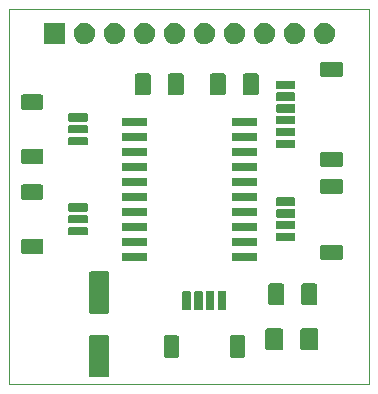
<source format=gbr>
G04 #@! TF.GenerationSoftware,KiCad,Pcbnew,(5.1.5)-3*
G04 #@! TF.CreationDate,2020-04-20T18:44:57+02:00*
G04 #@! TF.ProjectId,RS485-Modbus-Tiny-Sensor-Module,52533438-352d-44d6-9f64-6275732d5469,rev?*
G04 #@! TF.SameCoordinates,Original*
G04 #@! TF.FileFunction,Soldermask,Top*
G04 #@! TF.FilePolarity,Negative*
%FSLAX46Y46*%
G04 Gerber Fmt 4.6, Leading zero omitted, Abs format (unit mm)*
G04 Created by KiCad (PCBNEW (5.1.5)-3) date 2020-04-20 18:44:57*
%MOMM*%
%LPD*%
G04 APERTURE LIST*
%ADD10C,0.050000*%
%ADD11C,0.100000*%
G04 APERTURE END LIST*
D10*
X213360000Y-115570000D02*
X182880000Y-115570000D01*
X213360000Y-83820000D02*
X213360000Y-115570000D01*
X182880000Y-83820000D02*
X213360000Y-83820000D01*
X182880000Y-115570000D02*
X182880000Y-83820000D01*
D11*
G36*
X191205997Y-111393051D02*
G01*
X191239652Y-111403261D01*
X191270665Y-111419838D01*
X191297851Y-111442149D01*
X191320162Y-111469335D01*
X191336739Y-111500348D01*
X191346949Y-111534003D01*
X191351000Y-111575138D01*
X191351000Y-114804862D01*
X191346949Y-114845997D01*
X191336739Y-114879652D01*
X191320162Y-114910665D01*
X191297851Y-114937851D01*
X191270665Y-114960162D01*
X191239652Y-114976739D01*
X191205997Y-114986949D01*
X191164862Y-114991000D01*
X189835138Y-114991000D01*
X189794003Y-114986949D01*
X189760348Y-114976739D01*
X189729335Y-114960162D01*
X189702149Y-114937851D01*
X189679838Y-114910665D01*
X189663261Y-114879652D01*
X189653051Y-114845997D01*
X189649000Y-114804862D01*
X189649000Y-111575138D01*
X189653051Y-111534003D01*
X189663261Y-111500348D01*
X189679838Y-111469335D01*
X189702149Y-111442149D01*
X189729335Y-111419838D01*
X189760348Y-111403261D01*
X189794003Y-111393051D01*
X189835138Y-111389000D01*
X191164862Y-111389000D01*
X191205997Y-111393051D01*
G37*
G36*
X202681242Y-111418404D02*
G01*
X202718337Y-111429657D01*
X202752515Y-111447925D01*
X202782481Y-111472519D01*
X202807075Y-111502485D01*
X202825343Y-111536663D01*
X202836596Y-111573758D01*
X202841000Y-111618474D01*
X202841000Y-113111526D01*
X202836596Y-113156242D01*
X202825343Y-113193337D01*
X202807075Y-113227515D01*
X202782481Y-113257481D01*
X202752515Y-113282075D01*
X202718337Y-113300343D01*
X202681242Y-113311596D01*
X202636526Y-113316000D01*
X201743474Y-113316000D01*
X201698758Y-113311596D01*
X201661663Y-113300343D01*
X201627485Y-113282075D01*
X201597519Y-113257481D01*
X201572925Y-113227515D01*
X201554657Y-113193337D01*
X201543404Y-113156242D01*
X201539000Y-113111526D01*
X201539000Y-111618474D01*
X201543404Y-111573758D01*
X201554657Y-111536663D01*
X201572925Y-111502485D01*
X201597519Y-111472519D01*
X201627485Y-111447925D01*
X201661663Y-111429657D01*
X201698758Y-111418404D01*
X201743474Y-111414000D01*
X202636526Y-111414000D01*
X202681242Y-111418404D01*
G37*
G36*
X197081242Y-111418404D02*
G01*
X197118337Y-111429657D01*
X197152515Y-111447925D01*
X197182481Y-111472519D01*
X197207075Y-111502485D01*
X197225343Y-111536663D01*
X197236596Y-111573758D01*
X197241000Y-111618474D01*
X197241000Y-113111526D01*
X197236596Y-113156242D01*
X197225343Y-113193337D01*
X197207075Y-113227515D01*
X197182481Y-113257481D01*
X197152515Y-113282075D01*
X197118337Y-113300343D01*
X197081242Y-113311596D01*
X197036526Y-113316000D01*
X196143474Y-113316000D01*
X196098758Y-113311596D01*
X196061663Y-113300343D01*
X196027485Y-113282075D01*
X195997519Y-113257481D01*
X195972925Y-113227515D01*
X195954657Y-113193337D01*
X195943404Y-113156242D01*
X195939000Y-113111526D01*
X195939000Y-111618474D01*
X195943404Y-111573758D01*
X195954657Y-111536663D01*
X195972925Y-111502485D01*
X195997519Y-111472519D01*
X196027485Y-111447925D01*
X196061663Y-111429657D01*
X196098758Y-111418404D01*
X196143474Y-111414000D01*
X197036526Y-111414000D01*
X197081242Y-111418404D01*
G37*
G36*
X205918062Y-110838181D02*
G01*
X205952981Y-110848774D01*
X205985163Y-110865976D01*
X206013373Y-110889127D01*
X206036524Y-110917337D01*
X206053726Y-110949519D01*
X206064319Y-110984438D01*
X206068500Y-111026895D01*
X206068500Y-112493105D01*
X206064319Y-112535562D01*
X206053726Y-112570481D01*
X206036524Y-112602663D01*
X206013373Y-112630873D01*
X205985163Y-112654024D01*
X205952981Y-112671226D01*
X205918062Y-112681819D01*
X205875605Y-112686000D01*
X204734395Y-112686000D01*
X204691938Y-112681819D01*
X204657019Y-112671226D01*
X204624837Y-112654024D01*
X204596627Y-112630873D01*
X204573476Y-112602663D01*
X204556274Y-112570481D01*
X204545681Y-112535562D01*
X204541500Y-112493105D01*
X204541500Y-111026895D01*
X204545681Y-110984438D01*
X204556274Y-110949519D01*
X204573476Y-110917337D01*
X204596627Y-110889127D01*
X204624837Y-110865976D01*
X204657019Y-110848774D01*
X204691938Y-110838181D01*
X204734395Y-110834000D01*
X205875605Y-110834000D01*
X205918062Y-110838181D01*
G37*
G36*
X208893062Y-110838181D02*
G01*
X208927981Y-110848774D01*
X208960163Y-110865976D01*
X208988373Y-110889127D01*
X209011524Y-110917337D01*
X209028726Y-110949519D01*
X209039319Y-110984438D01*
X209043500Y-111026895D01*
X209043500Y-112493105D01*
X209039319Y-112535562D01*
X209028726Y-112570481D01*
X209011524Y-112602663D01*
X208988373Y-112630873D01*
X208960163Y-112654024D01*
X208927981Y-112671226D01*
X208893062Y-112681819D01*
X208850605Y-112686000D01*
X207709395Y-112686000D01*
X207666938Y-112681819D01*
X207632019Y-112671226D01*
X207599837Y-112654024D01*
X207571627Y-112630873D01*
X207548476Y-112602663D01*
X207531274Y-112570481D01*
X207520681Y-112535562D01*
X207516500Y-112493105D01*
X207516500Y-111026895D01*
X207520681Y-110984438D01*
X207531274Y-110949519D01*
X207548476Y-110917337D01*
X207571627Y-110889127D01*
X207599837Y-110865976D01*
X207632019Y-110848774D01*
X207666938Y-110838181D01*
X207709395Y-110834000D01*
X208850605Y-110834000D01*
X208893062Y-110838181D01*
G37*
G36*
X191205997Y-105993051D02*
G01*
X191239652Y-106003261D01*
X191270665Y-106019838D01*
X191297851Y-106042149D01*
X191320162Y-106069335D01*
X191336739Y-106100348D01*
X191346949Y-106134003D01*
X191351000Y-106175138D01*
X191351000Y-109404862D01*
X191346949Y-109445997D01*
X191336739Y-109479652D01*
X191320162Y-109510665D01*
X191297851Y-109537851D01*
X191270665Y-109560162D01*
X191239652Y-109576739D01*
X191205997Y-109586949D01*
X191164862Y-109591000D01*
X189835138Y-109591000D01*
X189794003Y-109586949D01*
X189760348Y-109576739D01*
X189729335Y-109560162D01*
X189702149Y-109537851D01*
X189679838Y-109510665D01*
X189663261Y-109479652D01*
X189653051Y-109445997D01*
X189649000Y-109404862D01*
X189649000Y-106175138D01*
X189653051Y-106134003D01*
X189663261Y-106100348D01*
X189679838Y-106069335D01*
X189702149Y-106042149D01*
X189729335Y-106019838D01*
X189760348Y-106003261D01*
X189794003Y-105993051D01*
X189835138Y-105989000D01*
X191164862Y-105989000D01*
X191205997Y-105993051D01*
G37*
G36*
X198149928Y-107666764D02*
G01*
X198171009Y-107673160D01*
X198190445Y-107683548D01*
X198207476Y-107697524D01*
X198221452Y-107714555D01*
X198231840Y-107733991D01*
X198238236Y-107755072D01*
X198241000Y-107783140D01*
X198241000Y-109196860D01*
X198238236Y-109224928D01*
X198231840Y-109246009D01*
X198221452Y-109265445D01*
X198207476Y-109282476D01*
X198190445Y-109296452D01*
X198171009Y-109306840D01*
X198149928Y-109313236D01*
X198121860Y-109316000D01*
X197658140Y-109316000D01*
X197630072Y-109313236D01*
X197608991Y-109306840D01*
X197589555Y-109296452D01*
X197572524Y-109282476D01*
X197558548Y-109265445D01*
X197548160Y-109246009D01*
X197541764Y-109224928D01*
X197539000Y-109196860D01*
X197539000Y-107783140D01*
X197541764Y-107755072D01*
X197548160Y-107733991D01*
X197558548Y-107714555D01*
X197572524Y-107697524D01*
X197589555Y-107683548D01*
X197608991Y-107673160D01*
X197630072Y-107666764D01*
X197658140Y-107664000D01*
X198121860Y-107664000D01*
X198149928Y-107666764D01*
G37*
G36*
X199149928Y-107666764D02*
G01*
X199171009Y-107673160D01*
X199190445Y-107683548D01*
X199207476Y-107697524D01*
X199221452Y-107714555D01*
X199231840Y-107733991D01*
X199238236Y-107755072D01*
X199241000Y-107783140D01*
X199241000Y-109196860D01*
X199238236Y-109224928D01*
X199231840Y-109246009D01*
X199221452Y-109265445D01*
X199207476Y-109282476D01*
X199190445Y-109296452D01*
X199171009Y-109306840D01*
X199149928Y-109313236D01*
X199121860Y-109316000D01*
X198658140Y-109316000D01*
X198630072Y-109313236D01*
X198608991Y-109306840D01*
X198589555Y-109296452D01*
X198572524Y-109282476D01*
X198558548Y-109265445D01*
X198548160Y-109246009D01*
X198541764Y-109224928D01*
X198539000Y-109196860D01*
X198539000Y-107783140D01*
X198541764Y-107755072D01*
X198548160Y-107733991D01*
X198558548Y-107714555D01*
X198572524Y-107697524D01*
X198589555Y-107683548D01*
X198608991Y-107673160D01*
X198630072Y-107666764D01*
X198658140Y-107664000D01*
X199121860Y-107664000D01*
X199149928Y-107666764D01*
G37*
G36*
X200149928Y-107666764D02*
G01*
X200171009Y-107673160D01*
X200190445Y-107683548D01*
X200207476Y-107697524D01*
X200221452Y-107714555D01*
X200231840Y-107733991D01*
X200238236Y-107755072D01*
X200241000Y-107783140D01*
X200241000Y-109196860D01*
X200238236Y-109224928D01*
X200231840Y-109246009D01*
X200221452Y-109265445D01*
X200207476Y-109282476D01*
X200190445Y-109296452D01*
X200171009Y-109306840D01*
X200149928Y-109313236D01*
X200121860Y-109316000D01*
X199658140Y-109316000D01*
X199630072Y-109313236D01*
X199608991Y-109306840D01*
X199589555Y-109296452D01*
X199572524Y-109282476D01*
X199558548Y-109265445D01*
X199548160Y-109246009D01*
X199541764Y-109224928D01*
X199539000Y-109196860D01*
X199539000Y-107783140D01*
X199541764Y-107755072D01*
X199548160Y-107733991D01*
X199558548Y-107714555D01*
X199572524Y-107697524D01*
X199589555Y-107683548D01*
X199608991Y-107673160D01*
X199630072Y-107666764D01*
X199658140Y-107664000D01*
X200121860Y-107664000D01*
X200149928Y-107666764D01*
G37*
G36*
X201149928Y-107666764D02*
G01*
X201171009Y-107673160D01*
X201190445Y-107683548D01*
X201207476Y-107697524D01*
X201221452Y-107714555D01*
X201231840Y-107733991D01*
X201238236Y-107755072D01*
X201241000Y-107783140D01*
X201241000Y-109196860D01*
X201238236Y-109224928D01*
X201231840Y-109246009D01*
X201221452Y-109265445D01*
X201207476Y-109282476D01*
X201190445Y-109296452D01*
X201171009Y-109306840D01*
X201149928Y-109313236D01*
X201121860Y-109316000D01*
X200658140Y-109316000D01*
X200630072Y-109313236D01*
X200608991Y-109306840D01*
X200589555Y-109296452D01*
X200572524Y-109282476D01*
X200558548Y-109265445D01*
X200548160Y-109246009D01*
X200541764Y-109224928D01*
X200539000Y-109196860D01*
X200539000Y-107783140D01*
X200541764Y-107755072D01*
X200548160Y-107733991D01*
X200558548Y-107714555D01*
X200572524Y-107697524D01*
X200589555Y-107683548D01*
X200608991Y-107673160D01*
X200630072Y-107666764D01*
X200658140Y-107664000D01*
X201121860Y-107664000D01*
X201149928Y-107666764D01*
G37*
G36*
X208798604Y-107028347D02*
G01*
X208835144Y-107039432D01*
X208868821Y-107057433D01*
X208898341Y-107081659D01*
X208922567Y-107111179D01*
X208940568Y-107144856D01*
X208951653Y-107181396D01*
X208956000Y-107225538D01*
X208956000Y-108674462D01*
X208951653Y-108718604D01*
X208940568Y-108755144D01*
X208922567Y-108788821D01*
X208898341Y-108818341D01*
X208868821Y-108842567D01*
X208835144Y-108860568D01*
X208798604Y-108871653D01*
X208754462Y-108876000D01*
X207805538Y-108876000D01*
X207761396Y-108871653D01*
X207724856Y-108860568D01*
X207691179Y-108842567D01*
X207661659Y-108818341D01*
X207637433Y-108788821D01*
X207619432Y-108755144D01*
X207608347Y-108718604D01*
X207604000Y-108674462D01*
X207604000Y-107225538D01*
X207608347Y-107181396D01*
X207619432Y-107144856D01*
X207637433Y-107111179D01*
X207661659Y-107081659D01*
X207691179Y-107057433D01*
X207724856Y-107039432D01*
X207761396Y-107028347D01*
X207805538Y-107024000D01*
X208754462Y-107024000D01*
X208798604Y-107028347D01*
G37*
G36*
X205998604Y-107028347D02*
G01*
X206035144Y-107039432D01*
X206068821Y-107057433D01*
X206098341Y-107081659D01*
X206122567Y-107111179D01*
X206140568Y-107144856D01*
X206151653Y-107181396D01*
X206156000Y-107225538D01*
X206156000Y-108674462D01*
X206151653Y-108718604D01*
X206140568Y-108755144D01*
X206122567Y-108788821D01*
X206098341Y-108818341D01*
X206068821Y-108842567D01*
X206035144Y-108860568D01*
X205998604Y-108871653D01*
X205954462Y-108876000D01*
X205005538Y-108876000D01*
X204961396Y-108871653D01*
X204924856Y-108860568D01*
X204891179Y-108842567D01*
X204861659Y-108818341D01*
X204837433Y-108788821D01*
X204819432Y-108755144D01*
X204808347Y-108718604D01*
X204804000Y-108674462D01*
X204804000Y-107225538D01*
X204808347Y-107181396D01*
X204819432Y-107144856D01*
X204837433Y-107111179D01*
X204861659Y-107081659D01*
X204891179Y-107057433D01*
X204924856Y-107039432D01*
X204961396Y-107028347D01*
X205005538Y-107024000D01*
X205954462Y-107024000D01*
X205998604Y-107028347D01*
G37*
G36*
X203754928Y-104426764D02*
G01*
X203776009Y-104433160D01*
X203795445Y-104443548D01*
X203812476Y-104457524D01*
X203826452Y-104474555D01*
X203836840Y-104493991D01*
X203843236Y-104515072D01*
X203846000Y-104543140D01*
X203846000Y-105006860D01*
X203843236Y-105034928D01*
X203836840Y-105056009D01*
X203826452Y-105075445D01*
X203812476Y-105092476D01*
X203795445Y-105106452D01*
X203776009Y-105116840D01*
X203754928Y-105123236D01*
X203726860Y-105126000D01*
X201813140Y-105126000D01*
X201785072Y-105123236D01*
X201763991Y-105116840D01*
X201744555Y-105106452D01*
X201727524Y-105092476D01*
X201713548Y-105075445D01*
X201703160Y-105056009D01*
X201696764Y-105034928D01*
X201694000Y-105006860D01*
X201694000Y-104543140D01*
X201696764Y-104515072D01*
X201703160Y-104493991D01*
X201713548Y-104474555D01*
X201727524Y-104457524D01*
X201744555Y-104443548D01*
X201763991Y-104433160D01*
X201785072Y-104426764D01*
X201813140Y-104424000D01*
X203726860Y-104424000D01*
X203754928Y-104426764D01*
G37*
G36*
X194454928Y-104426764D02*
G01*
X194476009Y-104433160D01*
X194495445Y-104443548D01*
X194512476Y-104457524D01*
X194526452Y-104474555D01*
X194536840Y-104493991D01*
X194543236Y-104515072D01*
X194546000Y-104543140D01*
X194546000Y-105006860D01*
X194543236Y-105034928D01*
X194536840Y-105056009D01*
X194526452Y-105075445D01*
X194512476Y-105092476D01*
X194495445Y-105106452D01*
X194476009Y-105116840D01*
X194454928Y-105123236D01*
X194426860Y-105126000D01*
X192513140Y-105126000D01*
X192485072Y-105123236D01*
X192463991Y-105116840D01*
X192444555Y-105106452D01*
X192427524Y-105092476D01*
X192413548Y-105075445D01*
X192403160Y-105056009D01*
X192396764Y-105034928D01*
X192394000Y-105006860D01*
X192394000Y-104543140D01*
X192396764Y-104515072D01*
X192403160Y-104493991D01*
X192413548Y-104474555D01*
X192427524Y-104457524D01*
X192444555Y-104443548D01*
X192463991Y-104433160D01*
X192485072Y-104426764D01*
X192513140Y-104424000D01*
X194426860Y-104424000D01*
X194454928Y-104426764D01*
G37*
G36*
X210946242Y-103753404D02*
G01*
X210983337Y-103764657D01*
X211017515Y-103782925D01*
X211047481Y-103807519D01*
X211072075Y-103837485D01*
X211090343Y-103871663D01*
X211101596Y-103908758D01*
X211106000Y-103953474D01*
X211106000Y-104846526D01*
X211101596Y-104891242D01*
X211090343Y-104928337D01*
X211072075Y-104962515D01*
X211047481Y-104992481D01*
X211017515Y-105017075D01*
X210983337Y-105035343D01*
X210946242Y-105046596D01*
X210901526Y-105051000D01*
X209408474Y-105051000D01*
X209363758Y-105046596D01*
X209326663Y-105035343D01*
X209292485Y-105017075D01*
X209262519Y-104992481D01*
X209237925Y-104962515D01*
X209219657Y-104928337D01*
X209208404Y-104891242D01*
X209204000Y-104846526D01*
X209204000Y-103953474D01*
X209208404Y-103908758D01*
X209219657Y-103871663D01*
X209237925Y-103837485D01*
X209262519Y-103807519D01*
X209292485Y-103782925D01*
X209326663Y-103764657D01*
X209363758Y-103753404D01*
X209408474Y-103749000D01*
X210901526Y-103749000D01*
X210946242Y-103753404D01*
G37*
G36*
X185606242Y-103253404D02*
G01*
X185643337Y-103264657D01*
X185677515Y-103282925D01*
X185707481Y-103307519D01*
X185732075Y-103337485D01*
X185750343Y-103371663D01*
X185761596Y-103408758D01*
X185766000Y-103453474D01*
X185766000Y-104346526D01*
X185761596Y-104391242D01*
X185750343Y-104428337D01*
X185732075Y-104462515D01*
X185707481Y-104492481D01*
X185677515Y-104517075D01*
X185643337Y-104535343D01*
X185606242Y-104546596D01*
X185561526Y-104551000D01*
X184068474Y-104551000D01*
X184023758Y-104546596D01*
X183986663Y-104535343D01*
X183952485Y-104517075D01*
X183922519Y-104492481D01*
X183897925Y-104462515D01*
X183879657Y-104428337D01*
X183868404Y-104391242D01*
X183864000Y-104346526D01*
X183864000Y-103453474D01*
X183868404Y-103408758D01*
X183879657Y-103371663D01*
X183897925Y-103337485D01*
X183922519Y-103307519D01*
X183952485Y-103282925D01*
X183986663Y-103264657D01*
X184023758Y-103253404D01*
X184068474Y-103249000D01*
X185561526Y-103249000D01*
X185606242Y-103253404D01*
G37*
G36*
X203754928Y-103156764D02*
G01*
X203776009Y-103163160D01*
X203795445Y-103173548D01*
X203812476Y-103187524D01*
X203826452Y-103204555D01*
X203836840Y-103223991D01*
X203843236Y-103245072D01*
X203846000Y-103273140D01*
X203846000Y-103736860D01*
X203843236Y-103764928D01*
X203836840Y-103786009D01*
X203826452Y-103805445D01*
X203812476Y-103822476D01*
X203795445Y-103836452D01*
X203776009Y-103846840D01*
X203754928Y-103853236D01*
X203726860Y-103856000D01*
X201813140Y-103856000D01*
X201785072Y-103853236D01*
X201763991Y-103846840D01*
X201744555Y-103836452D01*
X201727524Y-103822476D01*
X201713548Y-103805445D01*
X201703160Y-103786009D01*
X201696764Y-103764928D01*
X201694000Y-103736860D01*
X201694000Y-103273140D01*
X201696764Y-103245072D01*
X201703160Y-103223991D01*
X201713548Y-103204555D01*
X201727524Y-103187524D01*
X201744555Y-103173548D01*
X201763991Y-103163160D01*
X201785072Y-103156764D01*
X201813140Y-103154000D01*
X203726860Y-103154000D01*
X203754928Y-103156764D01*
G37*
G36*
X194454928Y-103156764D02*
G01*
X194476009Y-103163160D01*
X194495445Y-103173548D01*
X194512476Y-103187524D01*
X194526452Y-103204555D01*
X194536840Y-103223991D01*
X194543236Y-103245072D01*
X194546000Y-103273140D01*
X194546000Y-103736860D01*
X194543236Y-103764928D01*
X194536840Y-103786009D01*
X194526452Y-103805445D01*
X194512476Y-103822476D01*
X194495445Y-103836452D01*
X194476009Y-103846840D01*
X194454928Y-103853236D01*
X194426860Y-103856000D01*
X192513140Y-103856000D01*
X192485072Y-103853236D01*
X192463991Y-103846840D01*
X192444555Y-103836452D01*
X192427524Y-103822476D01*
X192413548Y-103805445D01*
X192403160Y-103786009D01*
X192396764Y-103764928D01*
X192394000Y-103736860D01*
X192394000Y-103273140D01*
X192396764Y-103245072D01*
X192403160Y-103223991D01*
X192413548Y-103204555D01*
X192427524Y-103187524D01*
X192444555Y-103173548D01*
X192463991Y-103163160D01*
X192485072Y-103156764D01*
X192513140Y-103154000D01*
X194426860Y-103154000D01*
X194454928Y-103156764D01*
G37*
G36*
X207014928Y-102751764D02*
G01*
X207036009Y-102758160D01*
X207055445Y-102768548D01*
X207072476Y-102782524D01*
X207086452Y-102799555D01*
X207096840Y-102818991D01*
X207103236Y-102840072D01*
X207106000Y-102868140D01*
X207106000Y-103331860D01*
X207103236Y-103359928D01*
X207096840Y-103381009D01*
X207086452Y-103400445D01*
X207072476Y-103417476D01*
X207055445Y-103431452D01*
X207036009Y-103441840D01*
X207014928Y-103448236D01*
X206986860Y-103451000D01*
X205573140Y-103451000D01*
X205545072Y-103448236D01*
X205523991Y-103441840D01*
X205504555Y-103431452D01*
X205487524Y-103417476D01*
X205473548Y-103400445D01*
X205463160Y-103381009D01*
X205456764Y-103359928D01*
X205454000Y-103331860D01*
X205454000Y-102868140D01*
X205456764Y-102840072D01*
X205463160Y-102818991D01*
X205473548Y-102799555D01*
X205487524Y-102782524D01*
X205504555Y-102768548D01*
X205523991Y-102758160D01*
X205545072Y-102751764D01*
X205573140Y-102749000D01*
X206986860Y-102749000D01*
X207014928Y-102751764D01*
G37*
G36*
X189424928Y-102251764D02*
G01*
X189446009Y-102258160D01*
X189465445Y-102268548D01*
X189482476Y-102282524D01*
X189496452Y-102299555D01*
X189506840Y-102318991D01*
X189513236Y-102340072D01*
X189516000Y-102368140D01*
X189516000Y-102831860D01*
X189513236Y-102859928D01*
X189506840Y-102881009D01*
X189496452Y-102900445D01*
X189482476Y-102917476D01*
X189465445Y-102931452D01*
X189446009Y-102941840D01*
X189424928Y-102948236D01*
X189396860Y-102951000D01*
X187983140Y-102951000D01*
X187955072Y-102948236D01*
X187933991Y-102941840D01*
X187914555Y-102931452D01*
X187897524Y-102917476D01*
X187883548Y-102900445D01*
X187873160Y-102881009D01*
X187866764Y-102859928D01*
X187864000Y-102831860D01*
X187864000Y-102368140D01*
X187866764Y-102340072D01*
X187873160Y-102318991D01*
X187883548Y-102299555D01*
X187897524Y-102282524D01*
X187914555Y-102268548D01*
X187933991Y-102258160D01*
X187955072Y-102251764D01*
X187983140Y-102249000D01*
X189396860Y-102249000D01*
X189424928Y-102251764D01*
G37*
G36*
X194454928Y-101886764D02*
G01*
X194476009Y-101893160D01*
X194495445Y-101903548D01*
X194512476Y-101917524D01*
X194526452Y-101934555D01*
X194536840Y-101953991D01*
X194543236Y-101975072D01*
X194546000Y-102003140D01*
X194546000Y-102466860D01*
X194543236Y-102494928D01*
X194536840Y-102516009D01*
X194526452Y-102535445D01*
X194512476Y-102552476D01*
X194495445Y-102566452D01*
X194476009Y-102576840D01*
X194454928Y-102583236D01*
X194426860Y-102586000D01*
X192513140Y-102586000D01*
X192485072Y-102583236D01*
X192463991Y-102576840D01*
X192444555Y-102566452D01*
X192427524Y-102552476D01*
X192413548Y-102535445D01*
X192403160Y-102516009D01*
X192396764Y-102494928D01*
X192394000Y-102466860D01*
X192394000Y-102003140D01*
X192396764Y-101975072D01*
X192403160Y-101953991D01*
X192413548Y-101934555D01*
X192427524Y-101917524D01*
X192444555Y-101903548D01*
X192463991Y-101893160D01*
X192485072Y-101886764D01*
X192513140Y-101884000D01*
X194426860Y-101884000D01*
X194454928Y-101886764D01*
G37*
G36*
X203754928Y-101886764D02*
G01*
X203776009Y-101893160D01*
X203795445Y-101903548D01*
X203812476Y-101917524D01*
X203826452Y-101934555D01*
X203836840Y-101953991D01*
X203843236Y-101975072D01*
X203846000Y-102003140D01*
X203846000Y-102466860D01*
X203843236Y-102494928D01*
X203836840Y-102516009D01*
X203826452Y-102535445D01*
X203812476Y-102552476D01*
X203795445Y-102566452D01*
X203776009Y-102576840D01*
X203754928Y-102583236D01*
X203726860Y-102586000D01*
X201813140Y-102586000D01*
X201785072Y-102583236D01*
X201763991Y-102576840D01*
X201744555Y-102566452D01*
X201727524Y-102552476D01*
X201713548Y-102535445D01*
X201703160Y-102516009D01*
X201696764Y-102494928D01*
X201694000Y-102466860D01*
X201694000Y-102003140D01*
X201696764Y-101975072D01*
X201703160Y-101953991D01*
X201713548Y-101934555D01*
X201727524Y-101917524D01*
X201744555Y-101903548D01*
X201763991Y-101893160D01*
X201785072Y-101886764D01*
X201813140Y-101884000D01*
X203726860Y-101884000D01*
X203754928Y-101886764D01*
G37*
G36*
X207014928Y-101751764D02*
G01*
X207036009Y-101758160D01*
X207055445Y-101768548D01*
X207072476Y-101782524D01*
X207086452Y-101799555D01*
X207096840Y-101818991D01*
X207103236Y-101840072D01*
X207106000Y-101868140D01*
X207106000Y-102331860D01*
X207103236Y-102359928D01*
X207096840Y-102381009D01*
X207086452Y-102400445D01*
X207072476Y-102417476D01*
X207055445Y-102431452D01*
X207036009Y-102441840D01*
X207014928Y-102448236D01*
X206986860Y-102451000D01*
X205573140Y-102451000D01*
X205545072Y-102448236D01*
X205523991Y-102441840D01*
X205504555Y-102431452D01*
X205487524Y-102417476D01*
X205473548Y-102400445D01*
X205463160Y-102381009D01*
X205456764Y-102359928D01*
X205454000Y-102331860D01*
X205454000Y-101868140D01*
X205456764Y-101840072D01*
X205463160Y-101818991D01*
X205473548Y-101799555D01*
X205487524Y-101782524D01*
X205504555Y-101768548D01*
X205523991Y-101758160D01*
X205545072Y-101751764D01*
X205573140Y-101749000D01*
X206986860Y-101749000D01*
X207014928Y-101751764D01*
G37*
G36*
X189424928Y-101251764D02*
G01*
X189446009Y-101258160D01*
X189465445Y-101268548D01*
X189482476Y-101282524D01*
X189496452Y-101299555D01*
X189506840Y-101318991D01*
X189513236Y-101340072D01*
X189516000Y-101368140D01*
X189516000Y-101831860D01*
X189513236Y-101859928D01*
X189506840Y-101881009D01*
X189496452Y-101900445D01*
X189482476Y-101917476D01*
X189465445Y-101931452D01*
X189446009Y-101941840D01*
X189424928Y-101948236D01*
X189396860Y-101951000D01*
X187983140Y-101951000D01*
X187955072Y-101948236D01*
X187933991Y-101941840D01*
X187914555Y-101931452D01*
X187897524Y-101917476D01*
X187883548Y-101900445D01*
X187873160Y-101881009D01*
X187866764Y-101859928D01*
X187864000Y-101831860D01*
X187864000Y-101368140D01*
X187866764Y-101340072D01*
X187873160Y-101318991D01*
X187883548Y-101299555D01*
X187897524Y-101282524D01*
X187914555Y-101268548D01*
X187933991Y-101258160D01*
X187955072Y-101251764D01*
X187983140Y-101249000D01*
X189396860Y-101249000D01*
X189424928Y-101251764D01*
G37*
G36*
X207014928Y-100751764D02*
G01*
X207036009Y-100758160D01*
X207055445Y-100768548D01*
X207072476Y-100782524D01*
X207086452Y-100799555D01*
X207096840Y-100818991D01*
X207103236Y-100840072D01*
X207106000Y-100868140D01*
X207106000Y-101331860D01*
X207103236Y-101359928D01*
X207096840Y-101381009D01*
X207086452Y-101400445D01*
X207072476Y-101417476D01*
X207055445Y-101431452D01*
X207036009Y-101441840D01*
X207014928Y-101448236D01*
X206986860Y-101451000D01*
X205573140Y-101451000D01*
X205545072Y-101448236D01*
X205523991Y-101441840D01*
X205504555Y-101431452D01*
X205487524Y-101417476D01*
X205473548Y-101400445D01*
X205463160Y-101381009D01*
X205456764Y-101359928D01*
X205454000Y-101331860D01*
X205454000Y-100868140D01*
X205456764Y-100840072D01*
X205463160Y-100818991D01*
X205473548Y-100799555D01*
X205487524Y-100782524D01*
X205504555Y-100768548D01*
X205523991Y-100758160D01*
X205545072Y-100751764D01*
X205573140Y-100749000D01*
X206986860Y-100749000D01*
X207014928Y-100751764D01*
G37*
G36*
X194454928Y-100616764D02*
G01*
X194476009Y-100623160D01*
X194495445Y-100633548D01*
X194512476Y-100647524D01*
X194526452Y-100664555D01*
X194536840Y-100683991D01*
X194543236Y-100705072D01*
X194546000Y-100733140D01*
X194546000Y-101196860D01*
X194543236Y-101224928D01*
X194536840Y-101246009D01*
X194526452Y-101265445D01*
X194512476Y-101282476D01*
X194495445Y-101296452D01*
X194476009Y-101306840D01*
X194454928Y-101313236D01*
X194426860Y-101316000D01*
X192513140Y-101316000D01*
X192485072Y-101313236D01*
X192463991Y-101306840D01*
X192444555Y-101296452D01*
X192427524Y-101282476D01*
X192413548Y-101265445D01*
X192403160Y-101246009D01*
X192396764Y-101224928D01*
X192394000Y-101196860D01*
X192394000Y-100733140D01*
X192396764Y-100705072D01*
X192403160Y-100683991D01*
X192413548Y-100664555D01*
X192427524Y-100647524D01*
X192444555Y-100633548D01*
X192463991Y-100623160D01*
X192485072Y-100616764D01*
X192513140Y-100614000D01*
X194426860Y-100614000D01*
X194454928Y-100616764D01*
G37*
G36*
X203754928Y-100616764D02*
G01*
X203776009Y-100623160D01*
X203795445Y-100633548D01*
X203812476Y-100647524D01*
X203826452Y-100664555D01*
X203836840Y-100683991D01*
X203843236Y-100705072D01*
X203846000Y-100733140D01*
X203846000Y-101196860D01*
X203843236Y-101224928D01*
X203836840Y-101246009D01*
X203826452Y-101265445D01*
X203812476Y-101282476D01*
X203795445Y-101296452D01*
X203776009Y-101306840D01*
X203754928Y-101313236D01*
X203726860Y-101316000D01*
X201813140Y-101316000D01*
X201785072Y-101313236D01*
X201763991Y-101306840D01*
X201744555Y-101296452D01*
X201727524Y-101282476D01*
X201713548Y-101265445D01*
X201703160Y-101246009D01*
X201696764Y-101224928D01*
X201694000Y-101196860D01*
X201694000Y-100733140D01*
X201696764Y-100705072D01*
X201703160Y-100683991D01*
X201713548Y-100664555D01*
X201727524Y-100647524D01*
X201744555Y-100633548D01*
X201763991Y-100623160D01*
X201785072Y-100616764D01*
X201813140Y-100614000D01*
X203726860Y-100614000D01*
X203754928Y-100616764D01*
G37*
G36*
X189424928Y-100251764D02*
G01*
X189446009Y-100258160D01*
X189465445Y-100268548D01*
X189482476Y-100282524D01*
X189496452Y-100299555D01*
X189506840Y-100318991D01*
X189513236Y-100340072D01*
X189516000Y-100368140D01*
X189516000Y-100831860D01*
X189513236Y-100859928D01*
X189506840Y-100881009D01*
X189496452Y-100900445D01*
X189482476Y-100917476D01*
X189465445Y-100931452D01*
X189446009Y-100941840D01*
X189424928Y-100948236D01*
X189396860Y-100951000D01*
X187983140Y-100951000D01*
X187955072Y-100948236D01*
X187933991Y-100941840D01*
X187914555Y-100931452D01*
X187897524Y-100917476D01*
X187883548Y-100900445D01*
X187873160Y-100881009D01*
X187866764Y-100859928D01*
X187864000Y-100831860D01*
X187864000Y-100368140D01*
X187866764Y-100340072D01*
X187873160Y-100318991D01*
X187883548Y-100299555D01*
X187897524Y-100282524D01*
X187914555Y-100268548D01*
X187933991Y-100258160D01*
X187955072Y-100251764D01*
X187983140Y-100249000D01*
X189396860Y-100249000D01*
X189424928Y-100251764D01*
G37*
G36*
X207014928Y-99751764D02*
G01*
X207036009Y-99758160D01*
X207055445Y-99768548D01*
X207072476Y-99782524D01*
X207086452Y-99799555D01*
X207096840Y-99818991D01*
X207103236Y-99840072D01*
X207106000Y-99868140D01*
X207106000Y-100331860D01*
X207103236Y-100359928D01*
X207096840Y-100381009D01*
X207086452Y-100400445D01*
X207072476Y-100417476D01*
X207055445Y-100431452D01*
X207036009Y-100441840D01*
X207014928Y-100448236D01*
X206986860Y-100451000D01*
X205573140Y-100451000D01*
X205545072Y-100448236D01*
X205523991Y-100441840D01*
X205504555Y-100431452D01*
X205487524Y-100417476D01*
X205473548Y-100400445D01*
X205463160Y-100381009D01*
X205456764Y-100359928D01*
X205454000Y-100331860D01*
X205454000Y-99868140D01*
X205456764Y-99840072D01*
X205463160Y-99818991D01*
X205473548Y-99799555D01*
X205487524Y-99782524D01*
X205504555Y-99768548D01*
X205523991Y-99758160D01*
X205545072Y-99751764D01*
X205573140Y-99749000D01*
X206986860Y-99749000D01*
X207014928Y-99751764D01*
G37*
G36*
X203754928Y-99346764D02*
G01*
X203776009Y-99353160D01*
X203795445Y-99363548D01*
X203812476Y-99377524D01*
X203826452Y-99394555D01*
X203836840Y-99413991D01*
X203843236Y-99435072D01*
X203846000Y-99463140D01*
X203846000Y-99926860D01*
X203843236Y-99954928D01*
X203836840Y-99976009D01*
X203826452Y-99995445D01*
X203812476Y-100012476D01*
X203795445Y-100026452D01*
X203776009Y-100036840D01*
X203754928Y-100043236D01*
X203726860Y-100046000D01*
X201813140Y-100046000D01*
X201785072Y-100043236D01*
X201763991Y-100036840D01*
X201744555Y-100026452D01*
X201727524Y-100012476D01*
X201713548Y-99995445D01*
X201703160Y-99976009D01*
X201696764Y-99954928D01*
X201694000Y-99926860D01*
X201694000Y-99463140D01*
X201696764Y-99435072D01*
X201703160Y-99413991D01*
X201713548Y-99394555D01*
X201727524Y-99377524D01*
X201744555Y-99363548D01*
X201763991Y-99353160D01*
X201785072Y-99346764D01*
X201813140Y-99344000D01*
X203726860Y-99344000D01*
X203754928Y-99346764D01*
G37*
G36*
X194454928Y-99346764D02*
G01*
X194476009Y-99353160D01*
X194495445Y-99363548D01*
X194512476Y-99377524D01*
X194526452Y-99394555D01*
X194536840Y-99413991D01*
X194543236Y-99435072D01*
X194546000Y-99463140D01*
X194546000Y-99926860D01*
X194543236Y-99954928D01*
X194536840Y-99976009D01*
X194526452Y-99995445D01*
X194512476Y-100012476D01*
X194495445Y-100026452D01*
X194476009Y-100036840D01*
X194454928Y-100043236D01*
X194426860Y-100046000D01*
X192513140Y-100046000D01*
X192485072Y-100043236D01*
X192463991Y-100036840D01*
X192444555Y-100026452D01*
X192427524Y-100012476D01*
X192413548Y-99995445D01*
X192403160Y-99976009D01*
X192396764Y-99954928D01*
X192394000Y-99926860D01*
X192394000Y-99463140D01*
X192396764Y-99435072D01*
X192403160Y-99413991D01*
X192413548Y-99394555D01*
X192427524Y-99377524D01*
X192444555Y-99363548D01*
X192463991Y-99353160D01*
X192485072Y-99346764D01*
X192513140Y-99344000D01*
X194426860Y-99344000D01*
X194454928Y-99346764D01*
G37*
G36*
X185606242Y-98653404D02*
G01*
X185643337Y-98664657D01*
X185677515Y-98682925D01*
X185707481Y-98707519D01*
X185732075Y-98737485D01*
X185750343Y-98771663D01*
X185761596Y-98808758D01*
X185766000Y-98853474D01*
X185766000Y-99746526D01*
X185761596Y-99791242D01*
X185750343Y-99828337D01*
X185732075Y-99862515D01*
X185707481Y-99892481D01*
X185677515Y-99917075D01*
X185643337Y-99935343D01*
X185606242Y-99946596D01*
X185561526Y-99951000D01*
X184068474Y-99951000D01*
X184023758Y-99946596D01*
X183986663Y-99935343D01*
X183952485Y-99917075D01*
X183922519Y-99892481D01*
X183897925Y-99862515D01*
X183879657Y-99828337D01*
X183868404Y-99791242D01*
X183864000Y-99746526D01*
X183864000Y-98853474D01*
X183868404Y-98808758D01*
X183879657Y-98771663D01*
X183897925Y-98737485D01*
X183922519Y-98707519D01*
X183952485Y-98682925D01*
X183986663Y-98664657D01*
X184023758Y-98653404D01*
X184068474Y-98649000D01*
X185561526Y-98649000D01*
X185606242Y-98653404D01*
G37*
G36*
X210946242Y-98153404D02*
G01*
X210983337Y-98164657D01*
X211017515Y-98182925D01*
X211047481Y-98207519D01*
X211072075Y-98237485D01*
X211090343Y-98271663D01*
X211101596Y-98308758D01*
X211106000Y-98353474D01*
X211106000Y-99246526D01*
X211101596Y-99291242D01*
X211090343Y-99328337D01*
X211072075Y-99362515D01*
X211047481Y-99392481D01*
X211017515Y-99417075D01*
X210983337Y-99435343D01*
X210946242Y-99446596D01*
X210901526Y-99451000D01*
X209408474Y-99451000D01*
X209363758Y-99446596D01*
X209326663Y-99435343D01*
X209292485Y-99417075D01*
X209262519Y-99392481D01*
X209237925Y-99362515D01*
X209219657Y-99328337D01*
X209208404Y-99291242D01*
X209204000Y-99246526D01*
X209204000Y-98353474D01*
X209208404Y-98308758D01*
X209219657Y-98271663D01*
X209237925Y-98237485D01*
X209262519Y-98207519D01*
X209292485Y-98182925D01*
X209326663Y-98164657D01*
X209363758Y-98153404D01*
X209408474Y-98149000D01*
X210901526Y-98149000D01*
X210946242Y-98153404D01*
G37*
G36*
X203754928Y-98076764D02*
G01*
X203776009Y-98083160D01*
X203795445Y-98093548D01*
X203812476Y-98107524D01*
X203826452Y-98124555D01*
X203836840Y-98143991D01*
X203843236Y-98165072D01*
X203846000Y-98193140D01*
X203846000Y-98656860D01*
X203843236Y-98684928D01*
X203836840Y-98706009D01*
X203826452Y-98725445D01*
X203812476Y-98742476D01*
X203795445Y-98756452D01*
X203776009Y-98766840D01*
X203754928Y-98773236D01*
X203726860Y-98776000D01*
X201813140Y-98776000D01*
X201785072Y-98773236D01*
X201763991Y-98766840D01*
X201744555Y-98756452D01*
X201727524Y-98742476D01*
X201713548Y-98725445D01*
X201703160Y-98706009D01*
X201696764Y-98684928D01*
X201694000Y-98656860D01*
X201694000Y-98193140D01*
X201696764Y-98165072D01*
X201703160Y-98143991D01*
X201713548Y-98124555D01*
X201727524Y-98107524D01*
X201744555Y-98093548D01*
X201763991Y-98083160D01*
X201785072Y-98076764D01*
X201813140Y-98074000D01*
X203726860Y-98074000D01*
X203754928Y-98076764D01*
G37*
G36*
X194454928Y-98076764D02*
G01*
X194476009Y-98083160D01*
X194495445Y-98093548D01*
X194512476Y-98107524D01*
X194526452Y-98124555D01*
X194536840Y-98143991D01*
X194543236Y-98165072D01*
X194546000Y-98193140D01*
X194546000Y-98656860D01*
X194543236Y-98684928D01*
X194536840Y-98706009D01*
X194526452Y-98725445D01*
X194512476Y-98742476D01*
X194495445Y-98756452D01*
X194476009Y-98766840D01*
X194454928Y-98773236D01*
X194426860Y-98776000D01*
X192513140Y-98776000D01*
X192485072Y-98773236D01*
X192463991Y-98766840D01*
X192444555Y-98756452D01*
X192427524Y-98742476D01*
X192413548Y-98725445D01*
X192403160Y-98706009D01*
X192396764Y-98684928D01*
X192394000Y-98656860D01*
X192394000Y-98193140D01*
X192396764Y-98165072D01*
X192403160Y-98143991D01*
X192413548Y-98124555D01*
X192427524Y-98107524D01*
X192444555Y-98093548D01*
X192463991Y-98083160D01*
X192485072Y-98076764D01*
X192513140Y-98074000D01*
X194426860Y-98074000D01*
X194454928Y-98076764D01*
G37*
G36*
X203754928Y-96806764D02*
G01*
X203776009Y-96813160D01*
X203795445Y-96823548D01*
X203812476Y-96837524D01*
X203826452Y-96854555D01*
X203836840Y-96873991D01*
X203843236Y-96895072D01*
X203846000Y-96923140D01*
X203846000Y-97386860D01*
X203843236Y-97414928D01*
X203836840Y-97436009D01*
X203826452Y-97455445D01*
X203812476Y-97472476D01*
X203795445Y-97486452D01*
X203776009Y-97496840D01*
X203754928Y-97503236D01*
X203726860Y-97506000D01*
X201813140Y-97506000D01*
X201785072Y-97503236D01*
X201763991Y-97496840D01*
X201744555Y-97486452D01*
X201727524Y-97472476D01*
X201713548Y-97455445D01*
X201703160Y-97436009D01*
X201696764Y-97414928D01*
X201694000Y-97386860D01*
X201694000Y-96923140D01*
X201696764Y-96895072D01*
X201703160Y-96873991D01*
X201713548Y-96854555D01*
X201727524Y-96837524D01*
X201744555Y-96823548D01*
X201763991Y-96813160D01*
X201785072Y-96806764D01*
X201813140Y-96804000D01*
X203726860Y-96804000D01*
X203754928Y-96806764D01*
G37*
G36*
X194454928Y-96806764D02*
G01*
X194476009Y-96813160D01*
X194495445Y-96823548D01*
X194512476Y-96837524D01*
X194526452Y-96854555D01*
X194536840Y-96873991D01*
X194543236Y-96895072D01*
X194546000Y-96923140D01*
X194546000Y-97386860D01*
X194543236Y-97414928D01*
X194536840Y-97436009D01*
X194526452Y-97455445D01*
X194512476Y-97472476D01*
X194495445Y-97486452D01*
X194476009Y-97496840D01*
X194454928Y-97503236D01*
X194426860Y-97506000D01*
X192513140Y-97506000D01*
X192485072Y-97503236D01*
X192463991Y-97496840D01*
X192444555Y-97486452D01*
X192427524Y-97472476D01*
X192413548Y-97455445D01*
X192403160Y-97436009D01*
X192396764Y-97414928D01*
X192394000Y-97386860D01*
X192394000Y-96923140D01*
X192396764Y-96895072D01*
X192403160Y-96873991D01*
X192413548Y-96854555D01*
X192427524Y-96837524D01*
X192444555Y-96823548D01*
X192463991Y-96813160D01*
X192485072Y-96806764D01*
X192513140Y-96804000D01*
X194426860Y-96804000D01*
X194454928Y-96806764D01*
G37*
G36*
X210946242Y-95863404D02*
G01*
X210983337Y-95874657D01*
X211017515Y-95892925D01*
X211047481Y-95917519D01*
X211072075Y-95947485D01*
X211090343Y-95981663D01*
X211101596Y-96018758D01*
X211106000Y-96063474D01*
X211106000Y-96956526D01*
X211101596Y-97001242D01*
X211090343Y-97038337D01*
X211072075Y-97072515D01*
X211047481Y-97102481D01*
X211017515Y-97127075D01*
X210983337Y-97145343D01*
X210946242Y-97156596D01*
X210901526Y-97161000D01*
X209408474Y-97161000D01*
X209363758Y-97156596D01*
X209326663Y-97145343D01*
X209292485Y-97127075D01*
X209262519Y-97102481D01*
X209237925Y-97072515D01*
X209219657Y-97038337D01*
X209208404Y-97001242D01*
X209204000Y-96956526D01*
X209204000Y-96063474D01*
X209208404Y-96018758D01*
X209219657Y-95981663D01*
X209237925Y-95947485D01*
X209262519Y-95917519D01*
X209292485Y-95892925D01*
X209326663Y-95874657D01*
X209363758Y-95863404D01*
X209408474Y-95859000D01*
X210901526Y-95859000D01*
X210946242Y-95863404D01*
G37*
G36*
X185606242Y-95633404D02*
G01*
X185643337Y-95644657D01*
X185677515Y-95662925D01*
X185707481Y-95687519D01*
X185732075Y-95717485D01*
X185750343Y-95751663D01*
X185761596Y-95788758D01*
X185766000Y-95833474D01*
X185766000Y-96726526D01*
X185761596Y-96771242D01*
X185750343Y-96808337D01*
X185732075Y-96842515D01*
X185707481Y-96872481D01*
X185677515Y-96897075D01*
X185643337Y-96915343D01*
X185606242Y-96926596D01*
X185561526Y-96931000D01*
X184068474Y-96931000D01*
X184023758Y-96926596D01*
X183986663Y-96915343D01*
X183952485Y-96897075D01*
X183922519Y-96872481D01*
X183897925Y-96842515D01*
X183879657Y-96808337D01*
X183868404Y-96771242D01*
X183864000Y-96726526D01*
X183864000Y-95833474D01*
X183868404Y-95788758D01*
X183879657Y-95751663D01*
X183897925Y-95717485D01*
X183922519Y-95687519D01*
X183952485Y-95662925D01*
X183986663Y-95644657D01*
X184023758Y-95633404D01*
X184068474Y-95629000D01*
X185561526Y-95629000D01*
X185606242Y-95633404D01*
G37*
G36*
X203754928Y-95536764D02*
G01*
X203776009Y-95543160D01*
X203795445Y-95553548D01*
X203812476Y-95567524D01*
X203826452Y-95584555D01*
X203836840Y-95603991D01*
X203843236Y-95625072D01*
X203846000Y-95653140D01*
X203846000Y-96116860D01*
X203843236Y-96144928D01*
X203836840Y-96166009D01*
X203826452Y-96185445D01*
X203812476Y-96202476D01*
X203795445Y-96216452D01*
X203776009Y-96226840D01*
X203754928Y-96233236D01*
X203726860Y-96236000D01*
X201813140Y-96236000D01*
X201785072Y-96233236D01*
X201763991Y-96226840D01*
X201744555Y-96216452D01*
X201727524Y-96202476D01*
X201713548Y-96185445D01*
X201703160Y-96166009D01*
X201696764Y-96144928D01*
X201694000Y-96116860D01*
X201694000Y-95653140D01*
X201696764Y-95625072D01*
X201703160Y-95603991D01*
X201713548Y-95584555D01*
X201727524Y-95567524D01*
X201744555Y-95553548D01*
X201763991Y-95543160D01*
X201785072Y-95536764D01*
X201813140Y-95534000D01*
X203726860Y-95534000D01*
X203754928Y-95536764D01*
G37*
G36*
X194454928Y-95536764D02*
G01*
X194476009Y-95543160D01*
X194495445Y-95553548D01*
X194512476Y-95567524D01*
X194526452Y-95584555D01*
X194536840Y-95603991D01*
X194543236Y-95625072D01*
X194546000Y-95653140D01*
X194546000Y-96116860D01*
X194543236Y-96144928D01*
X194536840Y-96166009D01*
X194526452Y-96185445D01*
X194512476Y-96202476D01*
X194495445Y-96216452D01*
X194476009Y-96226840D01*
X194454928Y-96233236D01*
X194426860Y-96236000D01*
X192513140Y-96236000D01*
X192485072Y-96233236D01*
X192463991Y-96226840D01*
X192444555Y-96216452D01*
X192427524Y-96202476D01*
X192413548Y-96185445D01*
X192403160Y-96166009D01*
X192396764Y-96144928D01*
X192394000Y-96116860D01*
X192394000Y-95653140D01*
X192396764Y-95625072D01*
X192403160Y-95603991D01*
X192413548Y-95584555D01*
X192427524Y-95567524D01*
X192444555Y-95553548D01*
X192463991Y-95543160D01*
X192485072Y-95536764D01*
X192513140Y-95534000D01*
X194426860Y-95534000D01*
X194454928Y-95536764D01*
G37*
G36*
X207014928Y-94861764D02*
G01*
X207036009Y-94868160D01*
X207055445Y-94878548D01*
X207072476Y-94892524D01*
X207086452Y-94909555D01*
X207096840Y-94928991D01*
X207103236Y-94950072D01*
X207106000Y-94978140D01*
X207106000Y-95441860D01*
X207103236Y-95469928D01*
X207096840Y-95491009D01*
X207086452Y-95510445D01*
X207072476Y-95527476D01*
X207055445Y-95541452D01*
X207036009Y-95551840D01*
X207014928Y-95558236D01*
X206986860Y-95561000D01*
X205573140Y-95561000D01*
X205545072Y-95558236D01*
X205523991Y-95551840D01*
X205504555Y-95541452D01*
X205487524Y-95527476D01*
X205473548Y-95510445D01*
X205463160Y-95491009D01*
X205456764Y-95469928D01*
X205454000Y-95441860D01*
X205454000Y-94978140D01*
X205456764Y-94950072D01*
X205463160Y-94928991D01*
X205473548Y-94909555D01*
X205487524Y-94892524D01*
X205504555Y-94878548D01*
X205523991Y-94868160D01*
X205545072Y-94861764D01*
X205573140Y-94859000D01*
X206986860Y-94859000D01*
X207014928Y-94861764D01*
G37*
G36*
X189424928Y-94631764D02*
G01*
X189446009Y-94638160D01*
X189465445Y-94648548D01*
X189482476Y-94662524D01*
X189496452Y-94679555D01*
X189506840Y-94698991D01*
X189513236Y-94720072D01*
X189516000Y-94748140D01*
X189516000Y-95211860D01*
X189513236Y-95239928D01*
X189506840Y-95261009D01*
X189496452Y-95280445D01*
X189482476Y-95297476D01*
X189465445Y-95311452D01*
X189446009Y-95321840D01*
X189424928Y-95328236D01*
X189396860Y-95331000D01*
X187983140Y-95331000D01*
X187955072Y-95328236D01*
X187933991Y-95321840D01*
X187914555Y-95311452D01*
X187897524Y-95297476D01*
X187883548Y-95280445D01*
X187873160Y-95261009D01*
X187866764Y-95239928D01*
X187864000Y-95211860D01*
X187864000Y-94748140D01*
X187866764Y-94720072D01*
X187873160Y-94698991D01*
X187883548Y-94679555D01*
X187897524Y-94662524D01*
X187914555Y-94648548D01*
X187933991Y-94638160D01*
X187955072Y-94631764D01*
X187983140Y-94629000D01*
X189396860Y-94629000D01*
X189424928Y-94631764D01*
G37*
G36*
X203754928Y-94266764D02*
G01*
X203776009Y-94273160D01*
X203795445Y-94283548D01*
X203812476Y-94297524D01*
X203826452Y-94314555D01*
X203836840Y-94333991D01*
X203843236Y-94355072D01*
X203846000Y-94383140D01*
X203846000Y-94846860D01*
X203843236Y-94874928D01*
X203836840Y-94896009D01*
X203826452Y-94915445D01*
X203812476Y-94932476D01*
X203795445Y-94946452D01*
X203776009Y-94956840D01*
X203754928Y-94963236D01*
X203726860Y-94966000D01*
X201813140Y-94966000D01*
X201785072Y-94963236D01*
X201763991Y-94956840D01*
X201744555Y-94946452D01*
X201727524Y-94932476D01*
X201713548Y-94915445D01*
X201703160Y-94896009D01*
X201696764Y-94874928D01*
X201694000Y-94846860D01*
X201694000Y-94383140D01*
X201696764Y-94355072D01*
X201703160Y-94333991D01*
X201713548Y-94314555D01*
X201727524Y-94297524D01*
X201744555Y-94283548D01*
X201763991Y-94273160D01*
X201785072Y-94266764D01*
X201813140Y-94264000D01*
X203726860Y-94264000D01*
X203754928Y-94266764D01*
G37*
G36*
X194454928Y-94266764D02*
G01*
X194476009Y-94273160D01*
X194495445Y-94283548D01*
X194512476Y-94297524D01*
X194526452Y-94314555D01*
X194536840Y-94333991D01*
X194543236Y-94355072D01*
X194546000Y-94383140D01*
X194546000Y-94846860D01*
X194543236Y-94874928D01*
X194536840Y-94896009D01*
X194526452Y-94915445D01*
X194512476Y-94932476D01*
X194495445Y-94946452D01*
X194476009Y-94956840D01*
X194454928Y-94963236D01*
X194426860Y-94966000D01*
X192513140Y-94966000D01*
X192485072Y-94963236D01*
X192463991Y-94956840D01*
X192444555Y-94946452D01*
X192427524Y-94932476D01*
X192413548Y-94915445D01*
X192403160Y-94896009D01*
X192396764Y-94874928D01*
X192394000Y-94846860D01*
X192394000Y-94383140D01*
X192396764Y-94355072D01*
X192403160Y-94333991D01*
X192413548Y-94314555D01*
X192427524Y-94297524D01*
X192444555Y-94283548D01*
X192463991Y-94273160D01*
X192485072Y-94266764D01*
X192513140Y-94264000D01*
X194426860Y-94264000D01*
X194454928Y-94266764D01*
G37*
G36*
X207014928Y-93861764D02*
G01*
X207036009Y-93868160D01*
X207055445Y-93878548D01*
X207072476Y-93892524D01*
X207086452Y-93909555D01*
X207096840Y-93928991D01*
X207103236Y-93950072D01*
X207106000Y-93978140D01*
X207106000Y-94441860D01*
X207103236Y-94469928D01*
X207096840Y-94491009D01*
X207086452Y-94510445D01*
X207072476Y-94527476D01*
X207055445Y-94541452D01*
X207036009Y-94551840D01*
X207014928Y-94558236D01*
X206986860Y-94561000D01*
X205573140Y-94561000D01*
X205545072Y-94558236D01*
X205523991Y-94551840D01*
X205504555Y-94541452D01*
X205487524Y-94527476D01*
X205473548Y-94510445D01*
X205463160Y-94491009D01*
X205456764Y-94469928D01*
X205454000Y-94441860D01*
X205454000Y-93978140D01*
X205456764Y-93950072D01*
X205463160Y-93928991D01*
X205473548Y-93909555D01*
X205487524Y-93892524D01*
X205504555Y-93878548D01*
X205523991Y-93868160D01*
X205545072Y-93861764D01*
X205573140Y-93859000D01*
X206986860Y-93859000D01*
X207014928Y-93861764D01*
G37*
G36*
X189424928Y-93631764D02*
G01*
X189446009Y-93638160D01*
X189465445Y-93648548D01*
X189482476Y-93662524D01*
X189496452Y-93679555D01*
X189506840Y-93698991D01*
X189513236Y-93720072D01*
X189516000Y-93748140D01*
X189516000Y-94211860D01*
X189513236Y-94239928D01*
X189506840Y-94261009D01*
X189496452Y-94280445D01*
X189482476Y-94297476D01*
X189465445Y-94311452D01*
X189446009Y-94321840D01*
X189424928Y-94328236D01*
X189396860Y-94331000D01*
X187983140Y-94331000D01*
X187955072Y-94328236D01*
X187933991Y-94321840D01*
X187914555Y-94311452D01*
X187897524Y-94297476D01*
X187883548Y-94280445D01*
X187873160Y-94261009D01*
X187866764Y-94239928D01*
X187864000Y-94211860D01*
X187864000Y-93748140D01*
X187866764Y-93720072D01*
X187873160Y-93698991D01*
X187883548Y-93679555D01*
X187897524Y-93662524D01*
X187914555Y-93648548D01*
X187933991Y-93638160D01*
X187955072Y-93631764D01*
X187983140Y-93629000D01*
X189396860Y-93629000D01*
X189424928Y-93631764D01*
G37*
G36*
X194454928Y-92996764D02*
G01*
X194476009Y-93003160D01*
X194495445Y-93013548D01*
X194512476Y-93027524D01*
X194526452Y-93044555D01*
X194536840Y-93063991D01*
X194543236Y-93085072D01*
X194546000Y-93113140D01*
X194546000Y-93576860D01*
X194543236Y-93604928D01*
X194536840Y-93626009D01*
X194526452Y-93645445D01*
X194512476Y-93662476D01*
X194495445Y-93676452D01*
X194476009Y-93686840D01*
X194454928Y-93693236D01*
X194426860Y-93696000D01*
X192513140Y-93696000D01*
X192485072Y-93693236D01*
X192463991Y-93686840D01*
X192444555Y-93676452D01*
X192427524Y-93662476D01*
X192413548Y-93645445D01*
X192403160Y-93626009D01*
X192396764Y-93604928D01*
X192394000Y-93576860D01*
X192394000Y-93113140D01*
X192396764Y-93085072D01*
X192403160Y-93063991D01*
X192413548Y-93044555D01*
X192427524Y-93027524D01*
X192444555Y-93013548D01*
X192463991Y-93003160D01*
X192485072Y-92996764D01*
X192513140Y-92994000D01*
X194426860Y-92994000D01*
X194454928Y-92996764D01*
G37*
G36*
X203754928Y-92996764D02*
G01*
X203776009Y-93003160D01*
X203795445Y-93013548D01*
X203812476Y-93027524D01*
X203826452Y-93044555D01*
X203836840Y-93063991D01*
X203843236Y-93085072D01*
X203846000Y-93113140D01*
X203846000Y-93576860D01*
X203843236Y-93604928D01*
X203836840Y-93626009D01*
X203826452Y-93645445D01*
X203812476Y-93662476D01*
X203795445Y-93676452D01*
X203776009Y-93686840D01*
X203754928Y-93693236D01*
X203726860Y-93696000D01*
X201813140Y-93696000D01*
X201785072Y-93693236D01*
X201763991Y-93686840D01*
X201744555Y-93676452D01*
X201727524Y-93662476D01*
X201713548Y-93645445D01*
X201703160Y-93626009D01*
X201696764Y-93604928D01*
X201694000Y-93576860D01*
X201694000Y-93113140D01*
X201696764Y-93085072D01*
X201703160Y-93063991D01*
X201713548Y-93044555D01*
X201727524Y-93027524D01*
X201744555Y-93013548D01*
X201763991Y-93003160D01*
X201785072Y-92996764D01*
X201813140Y-92994000D01*
X203726860Y-92994000D01*
X203754928Y-92996764D01*
G37*
G36*
X207014928Y-92861764D02*
G01*
X207036009Y-92868160D01*
X207055445Y-92878548D01*
X207072476Y-92892524D01*
X207086452Y-92909555D01*
X207096840Y-92928991D01*
X207103236Y-92950072D01*
X207106000Y-92978140D01*
X207106000Y-93441860D01*
X207103236Y-93469928D01*
X207096840Y-93491009D01*
X207086452Y-93510445D01*
X207072476Y-93527476D01*
X207055445Y-93541452D01*
X207036009Y-93551840D01*
X207014928Y-93558236D01*
X206986860Y-93561000D01*
X205573140Y-93561000D01*
X205545072Y-93558236D01*
X205523991Y-93551840D01*
X205504555Y-93541452D01*
X205487524Y-93527476D01*
X205473548Y-93510445D01*
X205463160Y-93491009D01*
X205456764Y-93469928D01*
X205454000Y-93441860D01*
X205454000Y-92978140D01*
X205456764Y-92950072D01*
X205463160Y-92928991D01*
X205473548Y-92909555D01*
X205487524Y-92892524D01*
X205504555Y-92878548D01*
X205523991Y-92868160D01*
X205545072Y-92861764D01*
X205573140Y-92859000D01*
X206986860Y-92859000D01*
X207014928Y-92861764D01*
G37*
G36*
X189424928Y-92631764D02*
G01*
X189446009Y-92638160D01*
X189465445Y-92648548D01*
X189482476Y-92662524D01*
X189496452Y-92679555D01*
X189506840Y-92698991D01*
X189513236Y-92720072D01*
X189516000Y-92748140D01*
X189516000Y-93211860D01*
X189513236Y-93239928D01*
X189506840Y-93261009D01*
X189496452Y-93280445D01*
X189482476Y-93297476D01*
X189465445Y-93311452D01*
X189446009Y-93321840D01*
X189424928Y-93328236D01*
X189396860Y-93331000D01*
X187983140Y-93331000D01*
X187955072Y-93328236D01*
X187933991Y-93321840D01*
X187914555Y-93311452D01*
X187897524Y-93297476D01*
X187883548Y-93280445D01*
X187873160Y-93261009D01*
X187866764Y-93239928D01*
X187864000Y-93211860D01*
X187864000Y-92748140D01*
X187866764Y-92720072D01*
X187873160Y-92698991D01*
X187883548Y-92679555D01*
X187897524Y-92662524D01*
X187914555Y-92648548D01*
X187933991Y-92638160D01*
X187955072Y-92631764D01*
X187983140Y-92629000D01*
X189396860Y-92629000D01*
X189424928Y-92631764D01*
G37*
G36*
X207014928Y-91861764D02*
G01*
X207036009Y-91868160D01*
X207055445Y-91878548D01*
X207072476Y-91892524D01*
X207086452Y-91909555D01*
X207096840Y-91928991D01*
X207103236Y-91950072D01*
X207106000Y-91978140D01*
X207106000Y-92441860D01*
X207103236Y-92469928D01*
X207096840Y-92491009D01*
X207086452Y-92510445D01*
X207072476Y-92527476D01*
X207055445Y-92541452D01*
X207036009Y-92551840D01*
X207014928Y-92558236D01*
X206986860Y-92561000D01*
X205573140Y-92561000D01*
X205545072Y-92558236D01*
X205523991Y-92551840D01*
X205504555Y-92541452D01*
X205487524Y-92527476D01*
X205473548Y-92510445D01*
X205463160Y-92491009D01*
X205456764Y-92469928D01*
X205454000Y-92441860D01*
X205454000Y-91978140D01*
X205456764Y-91950072D01*
X205463160Y-91928991D01*
X205473548Y-91909555D01*
X205487524Y-91892524D01*
X205504555Y-91878548D01*
X205523991Y-91868160D01*
X205545072Y-91861764D01*
X205573140Y-91859000D01*
X206986860Y-91859000D01*
X207014928Y-91861764D01*
G37*
G36*
X185606242Y-91033404D02*
G01*
X185643337Y-91044657D01*
X185677515Y-91062925D01*
X185707481Y-91087519D01*
X185732075Y-91117485D01*
X185750343Y-91151663D01*
X185761596Y-91188758D01*
X185766000Y-91233474D01*
X185766000Y-92126526D01*
X185761596Y-92171242D01*
X185750343Y-92208337D01*
X185732075Y-92242515D01*
X185707481Y-92272481D01*
X185677515Y-92297075D01*
X185643337Y-92315343D01*
X185606242Y-92326596D01*
X185561526Y-92331000D01*
X184068474Y-92331000D01*
X184023758Y-92326596D01*
X183986663Y-92315343D01*
X183952485Y-92297075D01*
X183922519Y-92272481D01*
X183897925Y-92242515D01*
X183879657Y-92208337D01*
X183868404Y-92171242D01*
X183864000Y-92126526D01*
X183864000Y-91233474D01*
X183868404Y-91188758D01*
X183879657Y-91151663D01*
X183897925Y-91117485D01*
X183922519Y-91087519D01*
X183952485Y-91062925D01*
X183986663Y-91044657D01*
X184023758Y-91033404D01*
X184068474Y-91029000D01*
X185561526Y-91029000D01*
X185606242Y-91033404D01*
G37*
G36*
X207014928Y-90861764D02*
G01*
X207036009Y-90868160D01*
X207055445Y-90878548D01*
X207072476Y-90892524D01*
X207086452Y-90909555D01*
X207096840Y-90928991D01*
X207103236Y-90950072D01*
X207106000Y-90978140D01*
X207106000Y-91441860D01*
X207103236Y-91469928D01*
X207096840Y-91491009D01*
X207086452Y-91510445D01*
X207072476Y-91527476D01*
X207055445Y-91541452D01*
X207036009Y-91551840D01*
X207014928Y-91558236D01*
X206986860Y-91561000D01*
X205573140Y-91561000D01*
X205545072Y-91558236D01*
X205523991Y-91551840D01*
X205504555Y-91541452D01*
X205487524Y-91527476D01*
X205473548Y-91510445D01*
X205463160Y-91491009D01*
X205456764Y-91469928D01*
X205454000Y-91441860D01*
X205454000Y-90978140D01*
X205456764Y-90950072D01*
X205463160Y-90928991D01*
X205473548Y-90909555D01*
X205487524Y-90892524D01*
X205504555Y-90878548D01*
X205523991Y-90868160D01*
X205545072Y-90861764D01*
X205573140Y-90859000D01*
X206986860Y-90859000D01*
X207014928Y-90861764D01*
G37*
G36*
X194698604Y-89248347D02*
G01*
X194735144Y-89259432D01*
X194768821Y-89277433D01*
X194798341Y-89301659D01*
X194822567Y-89331179D01*
X194840568Y-89364856D01*
X194851653Y-89401396D01*
X194856000Y-89445538D01*
X194856000Y-90894462D01*
X194851653Y-90938604D01*
X194840568Y-90975144D01*
X194822567Y-91008821D01*
X194798341Y-91038341D01*
X194768821Y-91062567D01*
X194735144Y-91080568D01*
X194698604Y-91091653D01*
X194654462Y-91096000D01*
X193705538Y-91096000D01*
X193661396Y-91091653D01*
X193624856Y-91080568D01*
X193591179Y-91062567D01*
X193561659Y-91038341D01*
X193537433Y-91008821D01*
X193519432Y-90975144D01*
X193508347Y-90938604D01*
X193504000Y-90894462D01*
X193504000Y-89445538D01*
X193508347Y-89401396D01*
X193519432Y-89364856D01*
X193537433Y-89331179D01*
X193561659Y-89301659D01*
X193591179Y-89277433D01*
X193624856Y-89259432D01*
X193661396Y-89248347D01*
X193705538Y-89244000D01*
X194654462Y-89244000D01*
X194698604Y-89248347D01*
G37*
G36*
X197498604Y-89248347D02*
G01*
X197535144Y-89259432D01*
X197568821Y-89277433D01*
X197598341Y-89301659D01*
X197622567Y-89331179D01*
X197640568Y-89364856D01*
X197651653Y-89401396D01*
X197656000Y-89445538D01*
X197656000Y-90894462D01*
X197651653Y-90938604D01*
X197640568Y-90975144D01*
X197622567Y-91008821D01*
X197598341Y-91038341D01*
X197568821Y-91062567D01*
X197535144Y-91080568D01*
X197498604Y-91091653D01*
X197454462Y-91096000D01*
X196505538Y-91096000D01*
X196461396Y-91091653D01*
X196424856Y-91080568D01*
X196391179Y-91062567D01*
X196361659Y-91038341D01*
X196337433Y-91008821D01*
X196319432Y-90975144D01*
X196308347Y-90938604D01*
X196304000Y-90894462D01*
X196304000Y-89445538D01*
X196308347Y-89401396D01*
X196319432Y-89364856D01*
X196337433Y-89331179D01*
X196361659Y-89301659D01*
X196391179Y-89277433D01*
X196424856Y-89259432D01*
X196461396Y-89248347D01*
X196505538Y-89244000D01*
X197454462Y-89244000D01*
X197498604Y-89248347D01*
G37*
G36*
X201048604Y-89248347D02*
G01*
X201085144Y-89259432D01*
X201118821Y-89277433D01*
X201148341Y-89301659D01*
X201172567Y-89331179D01*
X201190568Y-89364856D01*
X201201653Y-89401396D01*
X201206000Y-89445538D01*
X201206000Y-90894462D01*
X201201653Y-90938604D01*
X201190568Y-90975144D01*
X201172567Y-91008821D01*
X201148341Y-91038341D01*
X201118821Y-91062567D01*
X201085144Y-91080568D01*
X201048604Y-91091653D01*
X201004462Y-91096000D01*
X200055538Y-91096000D01*
X200011396Y-91091653D01*
X199974856Y-91080568D01*
X199941179Y-91062567D01*
X199911659Y-91038341D01*
X199887433Y-91008821D01*
X199869432Y-90975144D01*
X199858347Y-90938604D01*
X199854000Y-90894462D01*
X199854000Y-89445538D01*
X199858347Y-89401396D01*
X199869432Y-89364856D01*
X199887433Y-89331179D01*
X199911659Y-89301659D01*
X199941179Y-89277433D01*
X199974856Y-89259432D01*
X200011396Y-89248347D01*
X200055538Y-89244000D01*
X201004462Y-89244000D01*
X201048604Y-89248347D01*
G37*
G36*
X203848604Y-89248347D02*
G01*
X203885144Y-89259432D01*
X203918821Y-89277433D01*
X203948341Y-89301659D01*
X203972567Y-89331179D01*
X203990568Y-89364856D01*
X204001653Y-89401396D01*
X204006000Y-89445538D01*
X204006000Y-90894462D01*
X204001653Y-90938604D01*
X203990568Y-90975144D01*
X203972567Y-91008821D01*
X203948341Y-91038341D01*
X203918821Y-91062567D01*
X203885144Y-91080568D01*
X203848604Y-91091653D01*
X203804462Y-91096000D01*
X202855538Y-91096000D01*
X202811396Y-91091653D01*
X202774856Y-91080568D01*
X202741179Y-91062567D01*
X202711659Y-91038341D01*
X202687433Y-91008821D01*
X202669432Y-90975144D01*
X202658347Y-90938604D01*
X202654000Y-90894462D01*
X202654000Y-89445538D01*
X202658347Y-89401396D01*
X202669432Y-89364856D01*
X202687433Y-89331179D01*
X202711659Y-89301659D01*
X202741179Y-89277433D01*
X202774856Y-89259432D01*
X202811396Y-89248347D01*
X202855538Y-89244000D01*
X203804462Y-89244000D01*
X203848604Y-89248347D01*
G37*
G36*
X207014928Y-89861764D02*
G01*
X207036009Y-89868160D01*
X207055445Y-89878548D01*
X207072476Y-89892524D01*
X207086452Y-89909555D01*
X207096840Y-89928991D01*
X207103236Y-89950072D01*
X207106000Y-89978140D01*
X207106000Y-90441860D01*
X207103236Y-90469928D01*
X207096840Y-90491009D01*
X207086452Y-90510445D01*
X207072476Y-90527476D01*
X207055445Y-90541452D01*
X207036009Y-90551840D01*
X207014928Y-90558236D01*
X206986860Y-90561000D01*
X205573140Y-90561000D01*
X205545072Y-90558236D01*
X205523991Y-90551840D01*
X205504555Y-90541452D01*
X205487524Y-90527476D01*
X205473548Y-90510445D01*
X205463160Y-90491009D01*
X205456764Y-90469928D01*
X205454000Y-90441860D01*
X205454000Y-89978140D01*
X205456764Y-89950072D01*
X205463160Y-89928991D01*
X205473548Y-89909555D01*
X205487524Y-89892524D01*
X205504555Y-89878548D01*
X205523991Y-89868160D01*
X205545072Y-89861764D01*
X205573140Y-89859000D01*
X206986860Y-89859000D01*
X207014928Y-89861764D01*
G37*
G36*
X210946242Y-88263404D02*
G01*
X210983337Y-88274657D01*
X211017515Y-88292925D01*
X211047481Y-88317519D01*
X211072075Y-88347485D01*
X211090343Y-88381663D01*
X211101596Y-88418758D01*
X211106000Y-88463474D01*
X211106000Y-89356526D01*
X211101596Y-89401242D01*
X211090343Y-89438337D01*
X211072075Y-89472515D01*
X211047481Y-89502481D01*
X211017515Y-89527075D01*
X210983337Y-89545343D01*
X210946242Y-89556596D01*
X210901526Y-89561000D01*
X209408474Y-89561000D01*
X209363758Y-89556596D01*
X209326663Y-89545343D01*
X209292485Y-89527075D01*
X209262519Y-89502481D01*
X209237925Y-89472515D01*
X209219657Y-89438337D01*
X209208404Y-89401242D01*
X209204000Y-89356526D01*
X209204000Y-88463474D01*
X209208404Y-88418758D01*
X209219657Y-88381663D01*
X209237925Y-88347485D01*
X209262519Y-88317519D01*
X209292485Y-88292925D01*
X209326663Y-88274657D01*
X209363758Y-88263404D01*
X209408474Y-88259000D01*
X210901526Y-88259000D01*
X210946242Y-88263404D01*
G37*
G36*
X189343512Y-84955927D02*
G01*
X189492812Y-84985624D01*
X189656784Y-85053544D01*
X189804354Y-85152147D01*
X189929853Y-85277646D01*
X190028456Y-85425216D01*
X190096376Y-85589188D01*
X190131000Y-85763259D01*
X190131000Y-85940741D01*
X190096376Y-86114812D01*
X190028456Y-86278784D01*
X189929853Y-86426354D01*
X189804354Y-86551853D01*
X189656784Y-86650456D01*
X189492812Y-86718376D01*
X189343512Y-86748073D01*
X189318742Y-86753000D01*
X189141258Y-86753000D01*
X189116488Y-86748073D01*
X188967188Y-86718376D01*
X188803216Y-86650456D01*
X188655646Y-86551853D01*
X188530147Y-86426354D01*
X188431544Y-86278784D01*
X188363624Y-86114812D01*
X188329000Y-85940741D01*
X188329000Y-85763259D01*
X188363624Y-85589188D01*
X188431544Y-85425216D01*
X188530147Y-85277646D01*
X188655646Y-85152147D01*
X188803216Y-85053544D01*
X188967188Y-84985624D01*
X189116488Y-84955927D01*
X189141258Y-84951000D01*
X189318742Y-84951000D01*
X189343512Y-84955927D01*
G37*
G36*
X187591000Y-86753000D02*
G01*
X185789000Y-86753000D01*
X185789000Y-84951000D01*
X187591000Y-84951000D01*
X187591000Y-86753000D01*
G37*
G36*
X196963512Y-84955927D02*
G01*
X197112812Y-84985624D01*
X197276784Y-85053544D01*
X197424354Y-85152147D01*
X197549853Y-85277646D01*
X197648456Y-85425216D01*
X197716376Y-85589188D01*
X197751000Y-85763259D01*
X197751000Y-85940741D01*
X197716376Y-86114812D01*
X197648456Y-86278784D01*
X197549853Y-86426354D01*
X197424354Y-86551853D01*
X197276784Y-86650456D01*
X197112812Y-86718376D01*
X196963512Y-86748073D01*
X196938742Y-86753000D01*
X196761258Y-86753000D01*
X196736488Y-86748073D01*
X196587188Y-86718376D01*
X196423216Y-86650456D01*
X196275646Y-86551853D01*
X196150147Y-86426354D01*
X196051544Y-86278784D01*
X195983624Y-86114812D01*
X195949000Y-85940741D01*
X195949000Y-85763259D01*
X195983624Y-85589188D01*
X196051544Y-85425216D01*
X196150147Y-85277646D01*
X196275646Y-85152147D01*
X196423216Y-85053544D01*
X196587188Y-84985624D01*
X196736488Y-84955927D01*
X196761258Y-84951000D01*
X196938742Y-84951000D01*
X196963512Y-84955927D01*
G37*
G36*
X191883512Y-84955927D02*
G01*
X192032812Y-84985624D01*
X192196784Y-85053544D01*
X192344354Y-85152147D01*
X192469853Y-85277646D01*
X192568456Y-85425216D01*
X192636376Y-85589188D01*
X192671000Y-85763259D01*
X192671000Y-85940741D01*
X192636376Y-86114812D01*
X192568456Y-86278784D01*
X192469853Y-86426354D01*
X192344354Y-86551853D01*
X192196784Y-86650456D01*
X192032812Y-86718376D01*
X191883512Y-86748073D01*
X191858742Y-86753000D01*
X191681258Y-86753000D01*
X191656488Y-86748073D01*
X191507188Y-86718376D01*
X191343216Y-86650456D01*
X191195646Y-86551853D01*
X191070147Y-86426354D01*
X190971544Y-86278784D01*
X190903624Y-86114812D01*
X190869000Y-85940741D01*
X190869000Y-85763259D01*
X190903624Y-85589188D01*
X190971544Y-85425216D01*
X191070147Y-85277646D01*
X191195646Y-85152147D01*
X191343216Y-85053544D01*
X191507188Y-84985624D01*
X191656488Y-84955927D01*
X191681258Y-84951000D01*
X191858742Y-84951000D01*
X191883512Y-84955927D01*
G37*
G36*
X194423512Y-84955927D02*
G01*
X194572812Y-84985624D01*
X194736784Y-85053544D01*
X194884354Y-85152147D01*
X195009853Y-85277646D01*
X195108456Y-85425216D01*
X195176376Y-85589188D01*
X195211000Y-85763259D01*
X195211000Y-85940741D01*
X195176376Y-86114812D01*
X195108456Y-86278784D01*
X195009853Y-86426354D01*
X194884354Y-86551853D01*
X194736784Y-86650456D01*
X194572812Y-86718376D01*
X194423512Y-86748073D01*
X194398742Y-86753000D01*
X194221258Y-86753000D01*
X194196488Y-86748073D01*
X194047188Y-86718376D01*
X193883216Y-86650456D01*
X193735646Y-86551853D01*
X193610147Y-86426354D01*
X193511544Y-86278784D01*
X193443624Y-86114812D01*
X193409000Y-85940741D01*
X193409000Y-85763259D01*
X193443624Y-85589188D01*
X193511544Y-85425216D01*
X193610147Y-85277646D01*
X193735646Y-85152147D01*
X193883216Y-85053544D01*
X194047188Y-84985624D01*
X194196488Y-84955927D01*
X194221258Y-84951000D01*
X194398742Y-84951000D01*
X194423512Y-84955927D01*
G37*
G36*
X204583512Y-84955927D02*
G01*
X204732812Y-84985624D01*
X204896784Y-85053544D01*
X205044354Y-85152147D01*
X205169853Y-85277646D01*
X205268456Y-85425216D01*
X205336376Y-85589188D01*
X205371000Y-85763259D01*
X205371000Y-85940741D01*
X205336376Y-86114812D01*
X205268456Y-86278784D01*
X205169853Y-86426354D01*
X205044354Y-86551853D01*
X204896784Y-86650456D01*
X204732812Y-86718376D01*
X204583512Y-86748073D01*
X204558742Y-86753000D01*
X204381258Y-86753000D01*
X204356488Y-86748073D01*
X204207188Y-86718376D01*
X204043216Y-86650456D01*
X203895646Y-86551853D01*
X203770147Y-86426354D01*
X203671544Y-86278784D01*
X203603624Y-86114812D01*
X203569000Y-85940741D01*
X203569000Y-85763259D01*
X203603624Y-85589188D01*
X203671544Y-85425216D01*
X203770147Y-85277646D01*
X203895646Y-85152147D01*
X204043216Y-85053544D01*
X204207188Y-84985624D01*
X204356488Y-84955927D01*
X204381258Y-84951000D01*
X204558742Y-84951000D01*
X204583512Y-84955927D01*
G37*
G36*
X199503512Y-84955927D02*
G01*
X199652812Y-84985624D01*
X199816784Y-85053544D01*
X199964354Y-85152147D01*
X200089853Y-85277646D01*
X200188456Y-85425216D01*
X200256376Y-85589188D01*
X200291000Y-85763259D01*
X200291000Y-85940741D01*
X200256376Y-86114812D01*
X200188456Y-86278784D01*
X200089853Y-86426354D01*
X199964354Y-86551853D01*
X199816784Y-86650456D01*
X199652812Y-86718376D01*
X199503512Y-86748073D01*
X199478742Y-86753000D01*
X199301258Y-86753000D01*
X199276488Y-86748073D01*
X199127188Y-86718376D01*
X198963216Y-86650456D01*
X198815646Y-86551853D01*
X198690147Y-86426354D01*
X198591544Y-86278784D01*
X198523624Y-86114812D01*
X198489000Y-85940741D01*
X198489000Y-85763259D01*
X198523624Y-85589188D01*
X198591544Y-85425216D01*
X198690147Y-85277646D01*
X198815646Y-85152147D01*
X198963216Y-85053544D01*
X199127188Y-84985624D01*
X199276488Y-84955927D01*
X199301258Y-84951000D01*
X199478742Y-84951000D01*
X199503512Y-84955927D01*
G37*
G36*
X202043512Y-84955927D02*
G01*
X202192812Y-84985624D01*
X202356784Y-85053544D01*
X202504354Y-85152147D01*
X202629853Y-85277646D01*
X202728456Y-85425216D01*
X202796376Y-85589188D01*
X202831000Y-85763259D01*
X202831000Y-85940741D01*
X202796376Y-86114812D01*
X202728456Y-86278784D01*
X202629853Y-86426354D01*
X202504354Y-86551853D01*
X202356784Y-86650456D01*
X202192812Y-86718376D01*
X202043512Y-86748073D01*
X202018742Y-86753000D01*
X201841258Y-86753000D01*
X201816488Y-86748073D01*
X201667188Y-86718376D01*
X201503216Y-86650456D01*
X201355646Y-86551853D01*
X201230147Y-86426354D01*
X201131544Y-86278784D01*
X201063624Y-86114812D01*
X201029000Y-85940741D01*
X201029000Y-85763259D01*
X201063624Y-85589188D01*
X201131544Y-85425216D01*
X201230147Y-85277646D01*
X201355646Y-85152147D01*
X201503216Y-85053544D01*
X201667188Y-84985624D01*
X201816488Y-84955927D01*
X201841258Y-84951000D01*
X202018742Y-84951000D01*
X202043512Y-84955927D01*
G37*
G36*
X207123512Y-84955927D02*
G01*
X207272812Y-84985624D01*
X207436784Y-85053544D01*
X207584354Y-85152147D01*
X207709853Y-85277646D01*
X207808456Y-85425216D01*
X207876376Y-85589188D01*
X207911000Y-85763259D01*
X207911000Y-85940741D01*
X207876376Y-86114812D01*
X207808456Y-86278784D01*
X207709853Y-86426354D01*
X207584354Y-86551853D01*
X207436784Y-86650456D01*
X207272812Y-86718376D01*
X207123512Y-86748073D01*
X207098742Y-86753000D01*
X206921258Y-86753000D01*
X206896488Y-86748073D01*
X206747188Y-86718376D01*
X206583216Y-86650456D01*
X206435646Y-86551853D01*
X206310147Y-86426354D01*
X206211544Y-86278784D01*
X206143624Y-86114812D01*
X206109000Y-85940741D01*
X206109000Y-85763259D01*
X206143624Y-85589188D01*
X206211544Y-85425216D01*
X206310147Y-85277646D01*
X206435646Y-85152147D01*
X206583216Y-85053544D01*
X206747188Y-84985624D01*
X206896488Y-84955927D01*
X206921258Y-84951000D01*
X207098742Y-84951000D01*
X207123512Y-84955927D01*
G37*
G36*
X209663512Y-84955927D02*
G01*
X209812812Y-84985624D01*
X209976784Y-85053544D01*
X210124354Y-85152147D01*
X210249853Y-85277646D01*
X210348456Y-85425216D01*
X210416376Y-85589188D01*
X210451000Y-85763259D01*
X210451000Y-85940741D01*
X210416376Y-86114812D01*
X210348456Y-86278784D01*
X210249853Y-86426354D01*
X210124354Y-86551853D01*
X209976784Y-86650456D01*
X209812812Y-86718376D01*
X209663512Y-86748073D01*
X209638742Y-86753000D01*
X209461258Y-86753000D01*
X209436488Y-86748073D01*
X209287188Y-86718376D01*
X209123216Y-86650456D01*
X208975646Y-86551853D01*
X208850147Y-86426354D01*
X208751544Y-86278784D01*
X208683624Y-86114812D01*
X208649000Y-85940741D01*
X208649000Y-85763259D01*
X208683624Y-85589188D01*
X208751544Y-85425216D01*
X208850147Y-85277646D01*
X208975646Y-85152147D01*
X209123216Y-85053544D01*
X209287188Y-84985624D01*
X209436488Y-84955927D01*
X209461258Y-84951000D01*
X209638742Y-84951000D01*
X209663512Y-84955927D01*
G37*
M02*

</source>
